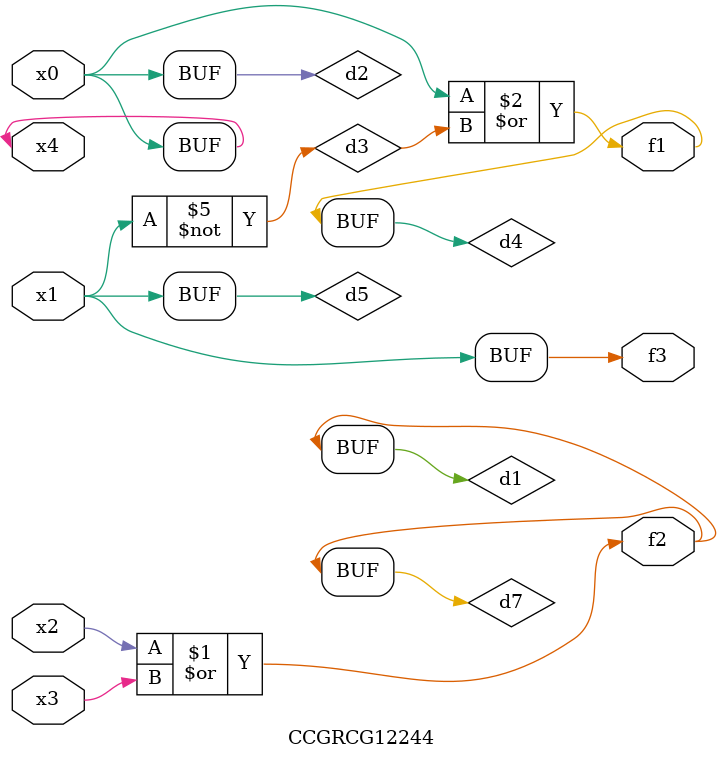
<source format=v>
module CCGRCG12244(
	input x0, x1, x2, x3, x4,
	output f1, f2, f3
);

	wire d1, d2, d3, d4, d5, d6, d7;

	or (d1, x2, x3);
	buf (d2, x0, x4);
	not (d3, x1);
	or (d4, d2, d3);
	not (d5, d3);
	nand (d6, d1, d3);
	or (d7, d1);
	assign f1 = d4;
	assign f2 = d7;
	assign f3 = d5;
endmodule

</source>
